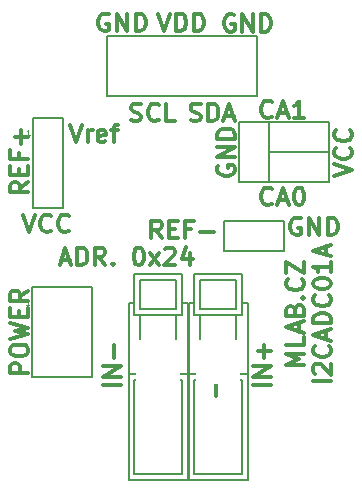
<source format=gbr>
G04 This is an RS-274x file exported by *
G04 gerbv version 2.6.1 *
G04 More information is available about gerbv at *
G04 http://gerbv.geda-project.org/ *
G04 --End of header info--*
%MOIN*%
%FSLAX34Y34*%
%IPPOS*%
G04 --Define apertures--*
%ADD10C,0.0118*%
%ADD11C,0.0059*%
%ADD12C,0.0020*%
%ADD13C,0.0120*%
%ADD14R,0.0600X0.0600*%
%ADD15C,0.2362*%
%ADD16R,0.1500X0.1500*%
G04 --Start main section--*
G54D10*
G01X0007730Y0015675D02*
G01X0007674Y0015703D01*
G01X0007674Y0015703D02*
G01X0007589Y0015703D01*
G01X0007589Y0015703D02*
G01X0007505Y0015675D01*
G01X0007505Y0015675D02*
G01X0007449Y0015619D01*
G01X0007449Y0015619D02*
G01X0007421Y0015563D01*
G01X0007421Y0015563D02*
G01X0007393Y0015450D01*
G01X0007393Y0015450D02*
G01X0007393Y0015366D01*
G01X0007393Y0015366D02*
G01X0007421Y0015253D01*
G01X0007421Y0015253D02*
G01X0007449Y0015197D01*
G01X0007449Y0015197D02*
G01X0007505Y0015141D01*
G01X0007505Y0015141D02*
G01X0007589Y0015113D01*
G01X0007589Y0015113D02*
G01X0007646Y0015113D01*
G01X0007646Y0015113D02*
G01X0007730Y0015141D01*
G01X0007730Y0015141D02*
G01X0007758Y0015169D01*
G01X0007758Y0015169D02*
G01X0007758Y0015366D01*
G01X0007758Y0015366D02*
G01X0007646Y0015366D01*
G01X0008011Y0015113D02*
G01X0008011Y0015703D01*
G01X0008011Y0015703D02*
G01X0008349Y0015113D01*
G01X0008349Y0015113D02*
G01X0008349Y0015703D01*
G01X0008630Y0015113D02*
G01X0008630Y0015703D01*
G01X0008630Y0015703D02*
G01X0008771Y0015703D01*
G01X0008771Y0015703D02*
G01X0008855Y0015675D01*
G01X0008855Y0015675D02*
G01X0008911Y0015619D01*
G01X0008911Y0015619D02*
G01X0008939Y0015563D01*
G01X0008939Y0015563D02*
G01X0008967Y0015450D01*
G01X0008967Y0015450D02*
G01X0008967Y0015366D01*
G01X0008967Y0015366D02*
G01X0008939Y0015253D01*
G01X0008939Y0015253D02*
G01X0008911Y0015197D01*
G01X0008911Y0015197D02*
G01X0008855Y0015141D01*
G01X0008855Y0015141D02*
G01X0008771Y0015113D01*
G01X0008771Y0015113D02*
G01X0008630Y0015113D01*
G01X0001971Y0007502D02*
G01X0002252Y0007502D01*
G01X0001914Y0007333D02*
G01X0002111Y0007923D01*
G01X0002111Y0007923D02*
G01X0002308Y0007333D01*
G01X0002505Y0007333D02*
G01X0002505Y0007923D01*
G01X0002505Y0007923D02*
G01X0002646Y0007923D01*
G01X0002646Y0007923D02*
G01X0002730Y0007895D01*
G01X0002730Y0007895D02*
G01X0002786Y0007839D01*
G01X0002786Y0007839D02*
G01X0002814Y0007783D01*
G01X0002814Y0007783D02*
G01X0002842Y0007670D01*
G01X0002842Y0007670D02*
G01X0002842Y0007586D01*
G01X0002842Y0007586D02*
G01X0002814Y0007473D01*
G01X0002814Y0007473D02*
G01X0002786Y0007417D01*
G01X0002786Y0007417D02*
G01X0002730Y0007361D01*
G01X0002730Y0007361D02*
G01X0002646Y0007333D01*
G01X0002646Y0007333D02*
G01X0002505Y0007333D01*
G01X0003433Y0007333D02*
G01X0003236Y0007614D01*
G01X0003095Y0007333D02*
G01X0003095Y0007923D01*
G01X0003095Y0007923D02*
G01X0003320Y0007923D01*
G01X0003320Y0007923D02*
G01X0003377Y0007895D01*
G01X0003377Y0007895D02*
G01X0003405Y0007867D01*
G01X0003405Y0007867D02*
G01X0003433Y0007811D01*
G01X0003433Y0007811D02*
G01X0003433Y0007727D01*
G01X0003433Y0007727D02*
G01X0003405Y0007670D01*
G01X0003405Y0007670D02*
G01X0003377Y0007642D01*
G01X0003377Y0007642D02*
G01X0003320Y0007614D01*
G01X0003320Y0007614D02*
G01X0003095Y0007614D01*
G01X0003686Y0007389D02*
G01X0003714Y0007361D01*
G01X0003714Y0007361D02*
G01X0003686Y0007333D01*
G01X0003686Y0007333D02*
G01X0003658Y0007361D01*
G01X0003658Y0007361D02*
G01X0003686Y0007389D01*
G01X0003686Y0007389D02*
G01X0003686Y0007333D01*
G01X0004530Y0007923D02*
G01X0004586Y0007923D01*
G01X0004586Y0007923D02*
G01X0004642Y0007895D01*
G01X0004642Y0007895D02*
G01X0004670Y0007867D01*
G01X0004670Y0007867D02*
G01X0004698Y0007811D01*
G01X0004698Y0007811D02*
G01X0004726Y0007698D01*
G01X0004726Y0007698D02*
G01X0004726Y0007558D01*
G01X0004726Y0007558D02*
G01X0004698Y0007445D01*
G01X0004698Y0007445D02*
G01X0004670Y0007389D01*
G01X0004670Y0007389D02*
G01X0004642Y0007361D01*
G01X0004642Y0007361D02*
G01X0004586Y0007333D01*
G01X0004586Y0007333D02*
G01X0004530Y0007333D01*
G01X0004530Y0007333D02*
G01X0004473Y0007361D01*
G01X0004473Y0007361D02*
G01X0004445Y0007389D01*
G01X0004445Y0007389D02*
G01X0004417Y0007445D01*
G01X0004417Y0007445D02*
G01X0004389Y0007558D01*
G01X0004389Y0007558D02*
G01X0004389Y0007698D01*
G01X0004389Y0007698D02*
G01X0004417Y0007811D01*
G01X0004417Y0007811D02*
G01X0004445Y0007867D01*
G01X0004445Y0007867D02*
G01X0004473Y0007895D01*
G01X0004473Y0007895D02*
G01X0004530Y0007923D01*
G01X0004923Y0007333D02*
G01X0005233Y0007727D01*
G01X0004923Y0007727D02*
G01X0005233Y0007333D01*
G01X0005430Y0007867D02*
G01X0005458Y0007895D01*
G01X0005458Y0007895D02*
G01X0005514Y0007923D01*
G01X0005514Y0007923D02*
G01X0005654Y0007923D01*
G01X0005654Y0007923D02*
G01X0005711Y0007895D01*
G01X0005711Y0007895D02*
G01X0005739Y0007867D01*
G01X0005739Y0007867D02*
G01X0005767Y0007811D01*
G01X0005767Y0007811D02*
G01X0005767Y0007755D01*
G01X0005767Y0007755D02*
G01X0005739Y0007670D01*
G01X0005739Y0007670D02*
G01X0005401Y0007333D01*
G01X0005401Y0007333D02*
G01X0005767Y0007333D01*
G01X0006273Y0007727D02*
G01X0006273Y0007333D01*
G01X0006133Y0007952D02*
G01X0005992Y0007530D01*
G01X0005992Y0007530D02*
G01X0006358Y0007530D01*
G01X0007205Y0010650D02*
G01X0007177Y0010594D01*
G01X0007177Y0010594D02*
G01X0007177Y0010509D01*
G01X0007177Y0010509D02*
G01X0007205Y0010425D01*
G01X0007205Y0010425D02*
G01X0007261Y0010369D01*
G01X0007261Y0010369D02*
G01X0007317Y0010341D01*
G01X0007317Y0010341D02*
G01X0007430Y0010313D01*
G01X0007430Y0010313D02*
G01X0007514Y0010313D01*
G01X0007514Y0010313D02*
G01X0007627Y0010341D01*
G01X0007627Y0010341D02*
G01X0007683Y0010369D01*
G01X0007683Y0010369D02*
G01X0007739Y0010425D01*
G01X0007739Y0010425D02*
G01X0007767Y0010509D01*
G01X0007767Y0010509D02*
G01X0007767Y0010566D01*
G01X0007767Y0010566D02*
G01X0007739Y0010650D01*
G01X0007739Y0010650D02*
G01X0007711Y0010678D01*
G01X0007711Y0010678D02*
G01X0007514Y0010678D01*
G01X0007514Y0010678D02*
G01X0007514Y0010566D01*
G01X0007767Y0010931D02*
G01X0007177Y0010931D01*
G01X0007177Y0010931D02*
G01X0007767Y0011269D01*
G01X0007767Y0011269D02*
G01X0007177Y0011269D01*
G01X0007767Y0011550D02*
G01X0007177Y0011550D01*
G01X0007177Y0011550D02*
G01X0007177Y0011691D01*
G01X0007177Y0011691D02*
G01X0007205Y0011775D01*
G01X0007205Y0011775D02*
G01X0007261Y0011831D01*
G01X0007261Y0011831D02*
G01X0007317Y0011859D01*
G01X0007317Y0011859D02*
G01X0007430Y0011887D01*
G01X0007430Y0011887D02*
G01X0007514Y0011887D01*
G01X0007514Y0011887D02*
G01X0007627Y0011859D01*
G01X0007627Y0011859D02*
G01X0007683Y0011831D01*
G01X0007683Y0011831D02*
G01X0007739Y0011775D01*
G01X0007739Y0011775D02*
G01X0007767Y0011691D01*
G01X0007767Y0011691D02*
G01X0007767Y0011550D01*
G01X0000867Y0003736D02*
G01X0000277Y0003736D01*
G01X0000277Y0003736D02*
G01X0000277Y0003961D01*
G01X0000277Y0003961D02*
G01X0000305Y0004017D01*
G01X0000305Y0004017D02*
G01X0000333Y0004045D01*
G01X0000333Y0004045D02*
G01X0000389Y0004074D01*
G01X0000389Y0004074D02*
G01X0000473Y0004074D01*
G01X0000473Y0004074D02*
G01X0000530Y0004045D01*
G01X0000530Y0004045D02*
G01X0000558Y0004017D01*
G01X0000558Y0004017D02*
G01X0000586Y0003961D01*
G01X0000586Y0003961D02*
G01X0000586Y0003736D01*
G01X0000277Y0004439D02*
G01X0000277Y0004552D01*
G01X0000277Y0004552D02*
G01X0000305Y0004608D01*
G01X0000305Y0004608D02*
G01X0000361Y0004664D01*
G01X0000361Y0004664D02*
G01X0000473Y0004692D01*
G01X0000473Y0004692D02*
G01X0000670Y0004692D01*
G01X0000670Y0004692D02*
G01X0000783Y0004664D01*
G01X0000783Y0004664D02*
G01X0000839Y0004608D01*
G01X0000839Y0004608D02*
G01X0000867Y0004552D01*
G01X0000867Y0004552D02*
G01X0000867Y0004439D01*
G01X0000867Y0004439D02*
G01X0000839Y0004383D01*
G01X0000839Y0004383D02*
G01X0000783Y0004327D01*
G01X0000783Y0004327D02*
G01X0000670Y0004299D01*
G01X0000670Y0004299D02*
G01X0000473Y0004299D01*
G01X0000473Y0004299D02*
G01X0000361Y0004327D01*
G01X0000361Y0004327D02*
G01X0000305Y0004383D01*
G01X0000305Y0004383D02*
G01X0000277Y0004439D01*
G01X0000277Y0004889D02*
G01X0000867Y0005030D01*
G01X0000867Y0005030D02*
G01X0000445Y0005142D01*
G01X0000445Y0005142D02*
G01X0000867Y0005255D01*
G01X0000867Y0005255D02*
G01X0000277Y0005395D01*
G01X0000558Y0005620D02*
G01X0000558Y0005817D01*
G01X0000867Y0005901D02*
G01X0000867Y0005620D01*
G01X0000867Y0005620D02*
G01X0000277Y0005620D01*
G01X0000277Y0005620D02*
G01X0000277Y0005901D01*
G01X0000867Y0006492D02*
G01X0000586Y0006295D01*
G01X0000867Y0006155D02*
G01X0000277Y0006155D01*
G01X0000277Y0006155D02*
G01X0000277Y0006380D01*
G01X0000277Y0006380D02*
G01X0000305Y0006436D01*
G01X0000305Y0006436D02*
G01X0000333Y0006464D01*
G01X0000333Y0006464D02*
G01X0000389Y0006492D01*
G01X0000389Y0006492D02*
G01X0000473Y0006492D01*
G01X0000473Y0006492D02*
G01X0000530Y0006464D01*
G01X0000530Y0006464D02*
G01X0000558Y0006436D01*
G01X0000558Y0006436D02*
G01X0000586Y0006380D01*
G01X0000586Y0006380D02*
G01X0000586Y0006155D01*
G01X0010967Y0003464D02*
G01X0010377Y0003464D01*
G01X0010433Y0003717D02*
G01X0010405Y0003746D01*
G01X0010405Y0003746D02*
G01X0010377Y0003802D01*
G01X0010377Y0003802D02*
G01X0010377Y0003942D01*
G01X0010377Y0003942D02*
G01X0010405Y0003999D01*
G01X0010405Y0003999D02*
G01X0010433Y0004027D01*
G01X0010433Y0004027D02*
G01X0010489Y0004055D01*
G01X0010489Y0004055D02*
G01X0010545Y0004055D01*
G01X0010545Y0004055D02*
G01X0010630Y0004027D01*
G01X0010630Y0004027D02*
G01X0010967Y0003689D01*
G01X0010967Y0003689D02*
G01X0010967Y0004055D01*
G01X0010911Y0004645D02*
G01X0010939Y0004617D01*
G01X0010939Y0004617D02*
G01X0010967Y0004533D01*
G01X0010967Y0004533D02*
G01X0010967Y0004477D01*
G01X0010967Y0004477D02*
G01X0010939Y0004392D01*
G01X0010939Y0004392D02*
G01X0010883Y0004336D01*
G01X0010883Y0004336D02*
G01X0010827Y0004308D01*
G01X0010827Y0004308D02*
G01X0010714Y0004280D01*
G01X0010714Y0004280D02*
G01X0010630Y0004280D01*
G01X0010630Y0004280D02*
G01X0010517Y0004308D01*
G01X0010517Y0004308D02*
G01X0010461Y0004336D01*
G01X0010461Y0004336D02*
G01X0010405Y0004392D01*
G01X0010405Y0004392D02*
G01X0010377Y0004477D01*
G01X0010377Y0004477D02*
G01X0010377Y0004533D01*
G01X0010377Y0004533D02*
G01X0010405Y0004617D01*
G01X0010405Y0004617D02*
G01X0010433Y0004645D01*
G01X0010798Y0004870D02*
G01X0010798Y0005152D01*
G01X0010967Y0004814D02*
G01X0010377Y0005011D01*
G01X0010377Y0005011D02*
G01X0010967Y0005208D01*
G01X0010967Y0005405D02*
G01X0010377Y0005405D01*
G01X0010377Y0005405D02*
G01X0010377Y0005545D01*
G01X0010377Y0005545D02*
G01X0010405Y0005630D01*
G01X0010405Y0005630D02*
G01X0010461Y0005686D01*
G01X0010461Y0005686D02*
G01X0010517Y0005714D01*
G01X0010517Y0005714D02*
G01X0010630Y0005742D01*
G01X0010630Y0005742D02*
G01X0010714Y0005742D01*
G01X0010714Y0005742D02*
G01X0010827Y0005714D01*
G01X0010827Y0005714D02*
G01X0010883Y0005686D01*
G01X0010883Y0005686D02*
G01X0010939Y0005630D01*
G01X0010939Y0005630D02*
G01X0010967Y0005545D01*
G01X0010967Y0005545D02*
G01X0010967Y0005405D01*
G01X0010911Y0006333D02*
G01X0010939Y0006305D01*
G01X0010939Y0006305D02*
G01X0010967Y0006220D01*
G01X0010967Y0006220D02*
G01X0010967Y0006164D01*
G01X0010967Y0006164D02*
G01X0010939Y0006080D01*
G01X0010939Y0006080D02*
G01X0010883Y0006023D01*
G01X0010883Y0006023D02*
G01X0010827Y0005995D01*
G01X0010827Y0005995D02*
G01X0010714Y0005967D01*
G01X0010714Y0005967D02*
G01X0010630Y0005967D01*
G01X0010630Y0005967D02*
G01X0010517Y0005995D01*
G01X0010517Y0005995D02*
G01X0010461Y0006023D01*
G01X0010461Y0006023D02*
G01X0010405Y0006080D01*
G01X0010405Y0006080D02*
G01X0010377Y0006164D01*
G01X0010377Y0006164D02*
G01X0010377Y0006220D01*
G01X0010377Y0006220D02*
G01X0010405Y0006305D01*
G01X0010405Y0006305D02*
G01X0010433Y0006333D01*
G01X0010377Y0006698D02*
G01X0010377Y0006755D01*
G01X0010377Y0006755D02*
G01X0010405Y0006811D01*
G01X0010405Y0006811D02*
G01X0010433Y0006839D01*
G01X0010433Y0006839D02*
G01X0010489Y0006867D01*
G01X0010489Y0006867D02*
G01X0010602Y0006895D01*
G01X0010602Y0006895D02*
G01X0010742Y0006895D01*
G01X0010742Y0006895D02*
G01X0010855Y0006867D01*
G01X0010855Y0006867D02*
G01X0010911Y0006839D01*
G01X0010911Y0006839D02*
G01X0010939Y0006811D01*
G01X0010939Y0006811D02*
G01X0010967Y0006755D01*
G01X0010967Y0006755D02*
G01X0010967Y0006698D01*
G01X0010967Y0006698D02*
G01X0010939Y0006642D01*
G01X0010939Y0006642D02*
G01X0010911Y0006614D01*
G01X0010911Y0006614D02*
G01X0010855Y0006586D01*
G01X0010855Y0006586D02*
G01X0010742Y0006558D01*
G01X0010742Y0006558D02*
G01X0010602Y0006558D01*
G01X0010602Y0006558D02*
G01X0010489Y0006586D01*
G01X0010489Y0006586D02*
G01X0010433Y0006614D01*
G01X0010433Y0006614D02*
G01X0010405Y0006642D01*
G01X0010405Y0006642D02*
G01X0010377Y0006698D01*
G01X0010967Y0007458D02*
G01X0010967Y0007120D01*
G01X0010967Y0007289D02*
G01X0010377Y0007289D01*
G01X0010377Y0007289D02*
G01X0010461Y0007233D01*
G01X0010461Y0007233D02*
G01X0010517Y0007176D01*
G01X0010517Y0007176D02*
G01X0010545Y0007120D01*
G01X0010798Y0007683D02*
G01X0010798Y0007964D01*
G01X0010967Y0007626D02*
G01X0010377Y0007823D01*
G01X0010377Y0007823D02*
G01X0010967Y0008020D01*
G01X0010067Y0003999D02*
G01X0009477Y0003999D01*
G01X0009477Y0003999D02*
G01X0009898Y0004196D01*
G01X0009898Y0004196D02*
G01X0009477Y0004392D01*
G01X0009477Y0004392D02*
G01X0010067Y0004392D01*
G01X0010067Y0004955D02*
G01X0010067Y0004674D01*
G01X0010067Y0004674D02*
G01X0009477Y0004674D01*
G01X0009898Y0005124D02*
G01X0009898Y0005405D01*
G01X0010067Y0005067D02*
G01X0009477Y0005264D01*
G01X0009477Y0005264D02*
G01X0010067Y0005461D01*
G01X0009758Y0005855D02*
G01X0009786Y0005939D01*
G01X0009786Y0005939D02*
G01X0009814Y0005967D01*
G01X0009814Y0005967D02*
G01X0009870Y0005995D01*
G01X0009870Y0005995D02*
G01X0009955Y0005995D01*
G01X0009955Y0005995D02*
G01X0010011Y0005967D01*
G01X0010011Y0005967D02*
G01X0010039Y0005939D01*
G01X0010039Y0005939D02*
G01X0010067Y0005883D01*
G01X0010067Y0005883D02*
G01X0010067Y0005658D01*
G01X0010067Y0005658D02*
G01X0009477Y0005658D01*
G01X0009477Y0005658D02*
G01X0009477Y0005855D01*
G01X0009477Y0005855D02*
G01X0009505Y0005911D01*
G01X0009505Y0005911D02*
G01X0009533Y0005939D01*
G01X0009533Y0005939D02*
G01X0009589Y0005967D01*
G01X0009589Y0005967D02*
G01X0009645Y0005967D01*
G01X0009645Y0005967D02*
G01X0009702Y0005939D01*
G01X0009702Y0005939D02*
G01X0009730Y0005911D01*
G01X0009730Y0005911D02*
G01X0009758Y0005855D01*
G01X0009758Y0005855D02*
G01X0009758Y0005658D01*
G01X0010011Y0006248D02*
G01X0010039Y0006276D01*
G01X0010039Y0006276D02*
G01X0010067Y0006248D01*
G01X0010067Y0006248D02*
G01X0010039Y0006220D01*
G01X0010039Y0006220D02*
G01X0010011Y0006248D01*
G01X0010011Y0006248D02*
G01X0010067Y0006248D01*
G01X0010011Y0006867D02*
G01X0010039Y0006839D01*
G01X0010039Y0006839D02*
G01X0010067Y0006755D01*
G01X0010067Y0006755D02*
G01X0010067Y0006698D01*
G01X0010067Y0006698D02*
G01X0010039Y0006614D01*
G01X0010039Y0006614D02*
G01X0009983Y0006558D01*
G01X0009983Y0006558D02*
G01X0009927Y0006530D01*
G01X0009927Y0006530D02*
G01X0009814Y0006501D01*
G01X0009814Y0006501D02*
G01X0009730Y0006501D01*
G01X0009730Y0006501D02*
G01X0009617Y0006530D01*
G01X0009617Y0006530D02*
G01X0009561Y0006558D01*
G01X0009561Y0006558D02*
G01X0009505Y0006614D01*
G01X0009505Y0006614D02*
G01X0009477Y0006698D01*
G01X0009477Y0006698D02*
G01X0009477Y0006755D01*
G01X0009477Y0006755D02*
G01X0009505Y0006839D01*
G01X0009505Y0006839D02*
G01X0009533Y0006867D01*
G01X0009477Y0007064D02*
G01X0009477Y0007458D01*
G01X0009477Y0007458D02*
G01X0010067Y0007064D01*
G01X0010067Y0007064D02*
G01X0010067Y0007458D01*
G01X0008967Y0003341D02*
G01X0008377Y0003341D01*
G01X0008967Y0003622D02*
G01X0008377Y0003622D01*
G01X0008377Y0003622D02*
G01X0008967Y0003959D01*
G01X0008967Y0003959D02*
G01X0008377Y0003959D01*
G01X0008742Y0004240D02*
G01X0008742Y0004690D01*
G01X0008967Y0004465D02*
G01X0008517Y0004465D01*
G01X0003967Y0003341D02*
G01X0003377Y0003341D01*
G01X0003967Y0003622D02*
G01X0003377Y0003622D01*
G01X0003377Y0003622D02*
G01X0003967Y0003959D01*
G01X0003967Y0003959D02*
G01X0003377Y0003959D01*
G01X0003742Y0004240D02*
G01X0003742Y0004690D01*
G01X0000713Y0009023D02*
G01X0000909Y0008433D01*
G01X0000909Y0008433D02*
G01X0001106Y0009023D01*
G01X0001641Y0008489D02*
G01X0001612Y0008461D01*
G01X0001612Y0008461D02*
G01X0001528Y0008433D01*
G01X0001528Y0008433D02*
G01X0001472Y0008433D01*
G01X0001472Y0008433D02*
G01X0001388Y0008461D01*
G01X0001388Y0008461D02*
G01X0001331Y0008517D01*
G01X0001331Y0008517D02*
G01X0001303Y0008573D01*
G01X0001303Y0008573D02*
G01X0001275Y0008686D01*
G01X0001275Y0008686D02*
G01X0001275Y0008770D01*
G01X0001275Y0008770D02*
G01X0001303Y0008883D01*
G01X0001303Y0008883D02*
G01X0001331Y0008939D01*
G01X0001331Y0008939D02*
G01X0001388Y0008995D01*
G01X0001388Y0008995D02*
G01X0001472Y0009023D01*
G01X0001472Y0009023D02*
G01X0001528Y0009023D01*
G01X0001528Y0009023D02*
G01X0001612Y0008995D01*
G01X0001612Y0008995D02*
G01X0001641Y0008967D01*
G01X0002231Y0008489D02*
G01X0002203Y0008461D01*
G01X0002203Y0008461D02*
G01X0002119Y0008433D01*
G01X0002119Y0008433D02*
G01X0002062Y0008433D01*
G01X0002062Y0008433D02*
G01X0001978Y0008461D01*
G01X0001978Y0008461D02*
G01X0001922Y0008517D01*
G01X0001922Y0008517D02*
G01X0001894Y0008573D01*
G01X0001894Y0008573D02*
G01X0001866Y0008686D01*
G01X0001866Y0008686D02*
G01X0001866Y0008770D01*
G01X0001866Y0008770D02*
G01X0001894Y0008883D01*
G01X0001894Y0008883D02*
G01X0001922Y0008939D01*
G01X0001922Y0008939D02*
G01X0001978Y0008995D01*
G01X0001978Y0008995D02*
G01X0002062Y0009023D01*
G01X0002062Y0009023D02*
G01X0002119Y0009023D01*
G01X0002119Y0009023D02*
G01X0002203Y0008995D01*
G01X0002203Y0008995D02*
G01X0002231Y0008967D01*
G01X0000867Y0010097D02*
G01X0000586Y0009900D01*
G01X0000867Y0009760D02*
G01X0000277Y0009760D01*
G01X0000277Y0009760D02*
G01X0000277Y0009984D01*
G01X0000277Y0009984D02*
G01X0000305Y0010041D01*
G01X0000305Y0010041D02*
G01X0000333Y0010069D01*
G01X0000333Y0010069D02*
G01X0000389Y0010097D01*
G01X0000389Y0010097D02*
G01X0000473Y0010097D01*
G01X0000473Y0010097D02*
G01X0000530Y0010069D01*
G01X0000530Y0010069D02*
G01X0000558Y0010041D01*
G01X0000558Y0010041D02*
G01X0000586Y0009984D01*
G01X0000586Y0009984D02*
G01X0000586Y0009760D01*
G01X0000558Y0010350D02*
G01X0000558Y0010547D01*
G01X0000867Y0010631D02*
G01X0000867Y0010350D01*
G01X0000867Y0010350D02*
G01X0000277Y0010350D01*
G01X0000277Y0010350D02*
G01X0000277Y0010631D01*
G01X0000558Y0011081D02*
G01X0000558Y0010884D01*
G01X0000867Y0010884D02*
G01X0000277Y0010884D01*
G01X0000277Y0010884D02*
G01X0000277Y0011166D01*
G01X0000642Y0011391D02*
G01X0000642Y0011840D01*
G01X0000867Y0011616D02*
G01X0000417Y0011616D01*
G01X0002256Y0012023D02*
G01X0002453Y0011433D01*
G01X0002453Y0011433D02*
G01X0002650Y0012023D01*
G01X0002847Y0011433D02*
G01X0002847Y0011827D01*
G01X0002847Y0011714D02*
G01X0002875Y0011770D01*
G01X0002875Y0011770D02*
G01X0002903Y0011798D01*
G01X0002903Y0011798D02*
G01X0002959Y0011827D01*
G01X0002959Y0011827D02*
G01X0003016Y0011827D01*
G01X0003437Y0011461D02*
G01X0003381Y0011433D01*
G01X0003381Y0011433D02*
G01X0003269Y0011433D01*
G01X0003269Y0011433D02*
G01X0003212Y0011461D01*
G01X0003212Y0011461D02*
G01X0003184Y0011517D01*
G01X0003184Y0011517D02*
G01X0003184Y0011742D01*
G01X0003184Y0011742D02*
G01X0003212Y0011798D01*
G01X0003212Y0011798D02*
G01X0003269Y0011827D01*
G01X0003269Y0011827D02*
G01X0003381Y0011827D01*
G01X0003381Y0011827D02*
G01X0003437Y0011798D01*
G01X0003437Y0011798D02*
G01X0003465Y0011742D01*
G01X0003465Y0011742D02*
G01X0003465Y0011686D01*
G01X0003465Y0011686D02*
G01X0003184Y0011630D01*
G01X0003634Y0011827D02*
G01X0003859Y0011827D01*
G01X0003719Y0011433D02*
G01X0003719Y0011939D01*
G01X0003719Y0011939D02*
G01X0003747Y0011995D01*
G01X0003747Y0011995D02*
G01X0003803Y0012023D01*
G01X0003803Y0012023D02*
G01X0003859Y0012023D01*
G01X0008998Y0012289D02*
G01X0008970Y0012261D01*
G01X0008970Y0012261D02*
G01X0008886Y0012233D01*
G01X0008886Y0012233D02*
G01X0008830Y0012233D01*
G01X0008830Y0012233D02*
G01X0008745Y0012261D01*
G01X0008745Y0012261D02*
G01X0008689Y0012317D01*
G01X0008689Y0012317D02*
G01X0008661Y0012373D01*
G01X0008661Y0012373D02*
G01X0008633Y0012486D01*
G01X0008633Y0012486D02*
G01X0008633Y0012570D01*
G01X0008633Y0012570D02*
G01X0008661Y0012683D01*
G01X0008661Y0012683D02*
G01X0008689Y0012739D01*
G01X0008689Y0012739D02*
G01X0008745Y0012795D01*
G01X0008745Y0012795D02*
G01X0008830Y0012823D01*
G01X0008830Y0012823D02*
G01X0008886Y0012823D01*
G01X0008886Y0012823D02*
G01X0008970Y0012795D01*
G01X0008970Y0012795D02*
G01X0008998Y0012767D01*
G01X0009223Y0012402D02*
G01X0009505Y0012402D01*
G01X0009167Y0012233D02*
G01X0009364Y0012823D01*
G01X0009364Y0012823D02*
G01X0009561Y0012233D01*
G01X0010067Y0012233D02*
G01X0009730Y0012233D01*
G01X0009898Y0012233D02*
G01X0009898Y0012823D01*
G01X0009898Y0012823D02*
G01X0009842Y0012739D01*
G01X0009842Y0012739D02*
G01X0009786Y0012683D01*
G01X0009786Y0012683D02*
G01X0009730Y0012655D01*
G01X0009950Y0008895D02*
G01X0009894Y0008923D01*
G01X0009894Y0008923D02*
G01X0009809Y0008923D01*
G01X0009809Y0008923D02*
G01X0009725Y0008895D01*
G01X0009725Y0008895D02*
G01X0009669Y0008839D01*
G01X0009669Y0008839D02*
G01X0009641Y0008783D01*
G01X0009641Y0008783D02*
G01X0009613Y0008670D01*
G01X0009613Y0008670D02*
G01X0009613Y0008586D01*
G01X0009613Y0008586D02*
G01X0009641Y0008473D01*
G01X0009641Y0008473D02*
G01X0009669Y0008417D01*
G01X0009669Y0008417D02*
G01X0009725Y0008361D01*
G01X0009725Y0008361D02*
G01X0009809Y0008333D01*
G01X0009809Y0008333D02*
G01X0009866Y0008333D01*
G01X0009866Y0008333D02*
G01X0009950Y0008361D01*
G01X0009950Y0008361D02*
G01X0009978Y0008389D01*
G01X0009978Y0008389D02*
G01X0009978Y0008586D01*
G01X0009978Y0008586D02*
G01X0009866Y0008586D01*
G01X0010231Y0008333D02*
G01X0010231Y0008923D01*
G01X0010231Y0008923D02*
G01X0010569Y0008333D01*
G01X0010569Y0008333D02*
G01X0010569Y0008923D01*
G01X0010850Y0008333D02*
G01X0010850Y0008923D01*
G01X0010850Y0008923D02*
G01X0010991Y0008923D01*
G01X0010991Y0008923D02*
G01X0011075Y0008895D01*
G01X0011075Y0008895D02*
G01X0011131Y0008839D01*
G01X0011131Y0008839D02*
G01X0011159Y0008783D01*
G01X0011159Y0008783D02*
G01X0011187Y0008670D01*
G01X0011187Y0008670D02*
G01X0011187Y0008586D01*
G01X0011187Y0008586D02*
G01X0011159Y0008473D01*
G01X0011159Y0008473D02*
G01X0011131Y0008417D01*
G01X0011131Y0008417D02*
G01X0011075Y0008361D01*
G01X0011075Y0008361D02*
G01X0010991Y0008333D01*
G01X0010991Y0008333D02*
G01X0010850Y0008333D01*
G01X0011077Y0010313D02*
G01X0011667Y0010509D01*
G01X0011667Y0010509D02*
G01X0011077Y0010706D01*
G01X0011611Y0011241D02*
G01X0011639Y0011212D01*
G01X0011639Y0011212D02*
G01X0011667Y0011128D01*
G01X0011667Y0011128D02*
G01X0011667Y0011072D01*
G01X0011667Y0011072D02*
G01X0011639Y0010988D01*
G01X0011639Y0010988D02*
G01X0011583Y0010931D01*
G01X0011583Y0010931D02*
G01X0011527Y0010903D01*
G01X0011527Y0010903D02*
G01X0011414Y0010875D01*
G01X0011414Y0010875D02*
G01X0011330Y0010875D01*
G01X0011330Y0010875D02*
G01X0011217Y0010903D01*
G01X0011217Y0010903D02*
G01X0011161Y0010931D01*
G01X0011161Y0010931D02*
G01X0011105Y0010988D01*
G01X0011105Y0010988D02*
G01X0011077Y0011072D01*
G01X0011077Y0011072D02*
G01X0011077Y0011128D01*
G01X0011077Y0011128D02*
G01X0011105Y0011212D01*
G01X0011105Y0011212D02*
G01X0011133Y0011241D01*
G01X0011611Y0011831D02*
G01X0011639Y0011803D01*
G01X0011639Y0011803D02*
G01X0011667Y0011719D01*
G01X0011667Y0011719D02*
G01X0011667Y0011662D01*
G01X0011667Y0011662D02*
G01X0011639Y0011578D01*
G01X0011639Y0011578D02*
G01X0011583Y0011522D01*
G01X0011583Y0011522D02*
G01X0011527Y0011494D01*
G01X0011527Y0011494D02*
G01X0011414Y0011466D01*
G01X0011414Y0011466D02*
G01X0011330Y0011466D01*
G01X0011330Y0011466D02*
G01X0011217Y0011494D01*
G01X0011217Y0011494D02*
G01X0011161Y0011522D01*
G01X0011161Y0011522D02*
G01X0011105Y0011578D01*
G01X0011105Y0011578D02*
G01X0011077Y0011662D01*
G01X0011077Y0011662D02*
G01X0011077Y0011719D01*
G01X0011077Y0011719D02*
G01X0011105Y0011803D01*
G01X0011105Y0011803D02*
G01X0011133Y0011831D01*
G01X0008998Y0009389D02*
G01X0008970Y0009361D01*
G01X0008970Y0009361D02*
G01X0008886Y0009333D01*
G01X0008886Y0009333D02*
G01X0008830Y0009333D01*
G01X0008830Y0009333D02*
G01X0008745Y0009361D01*
G01X0008745Y0009361D02*
G01X0008689Y0009417D01*
G01X0008689Y0009417D02*
G01X0008661Y0009473D01*
G01X0008661Y0009473D02*
G01X0008633Y0009586D01*
G01X0008633Y0009586D02*
G01X0008633Y0009670D01*
G01X0008633Y0009670D02*
G01X0008661Y0009783D01*
G01X0008661Y0009783D02*
G01X0008689Y0009839D01*
G01X0008689Y0009839D02*
G01X0008745Y0009895D01*
G01X0008745Y0009895D02*
G01X0008830Y0009923D01*
G01X0008830Y0009923D02*
G01X0008886Y0009923D01*
G01X0008886Y0009923D02*
G01X0008970Y0009895D01*
G01X0008970Y0009895D02*
G01X0008998Y0009867D01*
G01X0009223Y0009502D02*
G01X0009505Y0009502D01*
G01X0009167Y0009333D02*
G01X0009364Y0009923D01*
G01X0009364Y0009923D02*
G01X0009561Y0009333D01*
G01X0009870Y0009923D02*
G01X0009926Y0009923D01*
G01X0009926Y0009923D02*
G01X0009983Y0009895D01*
G01X0009983Y0009895D02*
G01X0010011Y0009867D01*
G01X0010011Y0009867D02*
G01X0010039Y0009811D01*
G01X0010039Y0009811D02*
G01X0010067Y0009698D01*
G01X0010067Y0009698D02*
G01X0010067Y0009558D01*
G01X0010067Y0009558D02*
G01X0010039Y0009445D01*
G01X0010039Y0009445D02*
G01X0010011Y0009389D01*
G01X0010011Y0009389D02*
G01X0009983Y0009361D01*
G01X0009983Y0009361D02*
G01X0009926Y0009333D01*
G01X0009926Y0009333D02*
G01X0009870Y0009333D01*
G01X0009870Y0009333D02*
G01X0009814Y0009361D01*
G01X0009814Y0009361D02*
G01X0009786Y0009389D01*
G01X0009786Y0009389D02*
G01X0009758Y0009445D01*
G01X0009758Y0009445D02*
G01X0009730Y0009558D01*
G01X0009730Y0009558D02*
G01X0009730Y0009698D01*
G01X0009730Y0009698D02*
G01X0009758Y0009811D01*
G01X0009758Y0009811D02*
G01X0009786Y0009867D01*
G01X0009786Y0009867D02*
G01X0009814Y0009895D01*
G01X0009814Y0009895D02*
G01X0009870Y0009923D01*
G01X0005316Y0008233D02*
G01X0005119Y0008514D01*
G01X0004978Y0008233D02*
G01X0004978Y0008823D01*
G01X0004978Y0008823D02*
G01X0005203Y0008823D01*
G01X0005203Y0008823D02*
G01X0005260Y0008795D01*
G01X0005260Y0008795D02*
G01X0005288Y0008767D01*
G01X0005288Y0008767D02*
G01X0005316Y0008711D01*
G01X0005316Y0008711D02*
G01X0005316Y0008627D01*
G01X0005316Y0008627D02*
G01X0005288Y0008570D01*
G01X0005288Y0008570D02*
G01X0005260Y0008542D01*
G01X0005260Y0008542D02*
G01X0005203Y0008514D01*
G01X0005203Y0008514D02*
G01X0004978Y0008514D01*
G01X0005569Y0008542D02*
G01X0005766Y0008542D01*
G01X0005850Y0008233D02*
G01X0005569Y0008233D01*
G01X0005569Y0008233D02*
G01X0005569Y0008823D01*
G01X0005569Y0008823D02*
G01X0005850Y0008823D01*
G01X0006300Y0008542D02*
G01X0006103Y0008542D01*
G01X0006103Y0008233D02*
G01X0006103Y0008823D01*
G01X0006103Y0008823D02*
G01X0006384Y0008823D01*
G01X0006609Y0008458D02*
G01X0007059Y0008458D01*
G01X0006283Y0012161D02*
G01X0006367Y0012133D01*
G01X0006367Y0012133D02*
G01X0006508Y0012133D01*
G01X0006508Y0012133D02*
G01X0006564Y0012161D01*
G01X0006564Y0012161D02*
G01X0006592Y0012189D01*
G01X0006592Y0012189D02*
G01X0006620Y0012245D01*
G01X0006620Y0012245D02*
G01X0006620Y0012302D01*
G01X0006620Y0012302D02*
G01X0006592Y0012358D01*
G01X0006592Y0012358D02*
G01X0006564Y0012386D01*
G01X0006564Y0012386D02*
G01X0006508Y0012414D01*
G01X0006508Y0012414D02*
G01X0006395Y0012442D01*
G01X0006395Y0012442D02*
G01X0006339Y0012470D01*
G01X0006339Y0012470D02*
G01X0006311Y0012498D01*
G01X0006311Y0012498D02*
G01X0006283Y0012555D01*
G01X0006283Y0012555D02*
G01X0006283Y0012611D01*
G01X0006283Y0012611D02*
G01X0006311Y0012667D01*
G01X0006311Y0012667D02*
G01X0006339Y0012695D01*
G01X0006339Y0012695D02*
G01X0006395Y0012723D01*
G01X0006395Y0012723D02*
G01X0006536Y0012723D01*
G01X0006536Y0012723D02*
G01X0006620Y0012695D01*
G01X0006873Y0012133D02*
G01X0006873Y0012723D01*
G01X0006873Y0012723D02*
G01X0007014Y0012723D01*
G01X0007014Y0012723D02*
G01X0007098Y0012695D01*
G01X0007098Y0012695D02*
G01X0007155Y0012639D01*
G01X0007155Y0012639D02*
G01X0007183Y0012583D01*
G01X0007183Y0012583D02*
G01X0007211Y0012470D01*
G01X0007211Y0012470D02*
G01X0007211Y0012386D01*
G01X0007211Y0012386D02*
G01X0007183Y0012273D01*
G01X0007183Y0012273D02*
G01X0007155Y0012217D01*
G01X0007155Y0012217D02*
G01X0007098Y0012161D01*
G01X0007098Y0012161D02*
G01X0007014Y0012133D01*
G01X0007014Y0012133D02*
G01X0006873Y0012133D01*
G01X0007436Y0012302D02*
G01X0007717Y0012302D01*
G01X0007380Y0012133D02*
G01X0007576Y0012723D01*
G01X0007576Y0012723D02*
G01X0007773Y0012133D01*
G01X0005213Y0015723D02*
G01X0005409Y0015133D01*
G01X0005409Y0015133D02*
G01X0005606Y0015723D01*
G01X0005803Y0015133D02*
G01X0005803Y0015723D01*
G01X0005803Y0015723D02*
G01X0005944Y0015723D01*
G01X0005944Y0015723D02*
G01X0006028Y0015695D01*
G01X0006028Y0015695D02*
G01X0006084Y0015639D01*
G01X0006084Y0015639D02*
G01X0006112Y0015583D01*
G01X0006112Y0015583D02*
G01X0006141Y0015470D01*
G01X0006141Y0015470D02*
G01X0006141Y0015386D01*
G01X0006141Y0015386D02*
G01X0006112Y0015273D01*
G01X0006112Y0015273D02*
G01X0006084Y0015217D01*
G01X0006084Y0015217D02*
G01X0006028Y0015161D01*
G01X0006028Y0015161D02*
G01X0005944Y0015133D01*
G01X0005944Y0015133D02*
G01X0005803Y0015133D01*
G01X0006394Y0015133D02*
G01X0006394Y0015723D01*
G01X0006394Y0015723D02*
G01X0006534Y0015723D01*
G01X0006534Y0015723D02*
G01X0006619Y0015695D01*
G01X0006619Y0015695D02*
G01X0006675Y0015639D01*
G01X0006675Y0015639D02*
G01X0006703Y0015583D01*
G01X0006703Y0015583D02*
G01X0006731Y0015470D01*
G01X0006731Y0015470D02*
G01X0006731Y0015386D01*
G01X0006731Y0015386D02*
G01X0006703Y0015273D01*
G01X0006703Y0015273D02*
G01X0006675Y0015217D01*
G01X0006675Y0015217D02*
G01X0006619Y0015161D01*
G01X0006619Y0015161D02*
G01X0006534Y0015133D01*
G01X0006534Y0015133D02*
G01X0006394Y0015133D01*
G01X0004297Y0012161D02*
G01X0004381Y0012133D01*
G01X0004381Y0012133D02*
G01X0004522Y0012133D01*
G01X0004522Y0012133D02*
G01X0004578Y0012161D01*
G01X0004578Y0012161D02*
G01X0004606Y0012189D01*
G01X0004606Y0012189D02*
G01X0004634Y0012245D01*
G01X0004634Y0012245D02*
G01X0004634Y0012302D01*
G01X0004634Y0012302D02*
G01X0004606Y0012358D01*
G01X0004606Y0012358D02*
G01X0004578Y0012386D01*
G01X0004578Y0012386D02*
G01X0004522Y0012414D01*
G01X0004522Y0012414D02*
G01X0004409Y0012442D01*
G01X0004409Y0012442D02*
G01X0004353Y0012470D01*
G01X0004353Y0012470D02*
G01X0004325Y0012498D01*
G01X0004325Y0012498D02*
G01X0004297Y0012555D01*
G01X0004297Y0012555D02*
G01X0004297Y0012611D01*
G01X0004297Y0012611D02*
G01X0004325Y0012667D01*
G01X0004325Y0012667D02*
G01X0004353Y0012695D01*
G01X0004353Y0012695D02*
G01X0004409Y0012723D01*
G01X0004409Y0012723D02*
G01X0004550Y0012723D01*
G01X0004550Y0012723D02*
G01X0004634Y0012695D01*
G01X0005225Y0012189D02*
G01X0005197Y0012161D01*
G01X0005197Y0012161D02*
G01X0005112Y0012133D01*
G01X0005112Y0012133D02*
G01X0005056Y0012133D01*
G01X0005056Y0012133D02*
G01X0004972Y0012161D01*
G01X0004972Y0012161D02*
G01X0004916Y0012217D01*
G01X0004916Y0012217D02*
G01X0004888Y0012273D01*
G01X0004888Y0012273D02*
G01X0004859Y0012386D01*
G01X0004859Y0012386D02*
G01X0004859Y0012470D01*
G01X0004859Y0012470D02*
G01X0004888Y0012583D01*
G01X0004888Y0012583D02*
G01X0004916Y0012639D01*
G01X0004916Y0012639D02*
G01X0004972Y0012695D01*
G01X0004972Y0012695D02*
G01X0005056Y0012723D01*
G01X0005056Y0012723D02*
G01X0005112Y0012723D01*
G01X0005112Y0012723D02*
G01X0005197Y0012695D01*
G01X0005197Y0012695D02*
G01X0005225Y0012667D01*
G01X0005759Y0012133D02*
G01X0005478Y0012133D01*
G01X0005478Y0012133D02*
G01X0005478Y0012723D01*
G01X0003550Y0015695D02*
G01X0003494Y0015723D01*
G01X0003494Y0015723D02*
G01X0003409Y0015723D01*
G01X0003409Y0015723D02*
G01X0003325Y0015695D01*
G01X0003325Y0015695D02*
G01X0003269Y0015639D01*
G01X0003269Y0015639D02*
G01X0003241Y0015583D01*
G01X0003241Y0015583D02*
G01X0003213Y0015470D01*
G01X0003213Y0015470D02*
G01X0003213Y0015386D01*
G01X0003213Y0015386D02*
G01X0003241Y0015273D01*
G01X0003241Y0015273D02*
G01X0003269Y0015217D01*
G01X0003269Y0015217D02*
G01X0003325Y0015161D01*
G01X0003325Y0015161D02*
G01X0003409Y0015133D01*
G01X0003409Y0015133D02*
G01X0003466Y0015133D01*
G01X0003466Y0015133D02*
G01X0003550Y0015161D01*
G01X0003550Y0015161D02*
G01X0003578Y0015189D01*
G01X0003578Y0015189D02*
G01X0003578Y0015386D01*
G01X0003578Y0015386D02*
G01X0003466Y0015386D01*
G01X0003831Y0015133D02*
G01X0003831Y0015723D01*
G01X0003831Y0015723D02*
G01X0004169Y0015133D01*
G01X0004169Y0015133D02*
G01X0004169Y0015723D01*
G01X0004450Y0015133D02*
G01X0004450Y0015723D01*
G01X0004450Y0015723D02*
G01X0004591Y0015723D01*
G01X0004591Y0015723D02*
G01X0004675Y0015695D01*
G01X0004675Y0015695D02*
G01X0004731Y0015639D01*
G01X0004731Y0015639D02*
G01X0004759Y0015583D01*
G01X0004759Y0015583D02*
G01X0004787Y0015470D01*
G01X0004787Y0015470D02*
G01X0004787Y0015386D01*
G01X0004787Y0015386D02*
G01X0004759Y0015273D01*
G01X0004759Y0015273D02*
G01X0004731Y0015217D01*
G01X0004731Y0015217D02*
G01X0004675Y0015161D01*
G01X0004675Y0015161D02*
G01X0004591Y0015133D01*
G01X0004591Y0015133D02*
G01X0004450Y0015133D01*
G54D11*
G01X0001000Y0006600D02*
G01X0003000Y0006600D01*
G01X0003000Y0006600D02*
G01X0003000Y0003600D01*
G01X0003000Y0003600D02*
G01X0001000Y0003600D01*
G01X0001000Y0003600D02*
G01X0001000Y0006600D01*
G01X0009400Y0007800D02*
G01X0007400Y0007800D01*
G01X0007400Y0007800D02*
G01X0007400Y0008800D01*
G01X0007400Y0008800D02*
G01X0009400Y0008800D01*
G01X0009400Y0008800D02*
G01X0009400Y0007800D01*
G01X0010900Y0010100D02*
G01X0008900Y0010100D01*
G01X0008900Y0010100D02*
G01X0008900Y0011100D01*
G01X0008900Y0011100D02*
G01X0010900Y0011100D01*
G01X0010900Y0011100D02*
G01X0010900Y0010100D01*
G01X0010900Y0011100D02*
G01X0008900Y0011100D01*
G01X0008900Y0011100D02*
G01X0008900Y0012100D01*
G01X0008900Y0012100D02*
G01X0010900Y0012100D01*
G01X0010900Y0012100D02*
G01X0010900Y0011100D01*
G01X0008500Y0014975D02*
G01X0008500Y0012975D01*
G01X0008500Y0012975D02*
G01X0003500Y0012975D01*
G01X0003500Y0012975D02*
G01X0003500Y0014975D01*
G01X0003500Y0014975D02*
G01X0008500Y0014975D01*
G01X0008184Y0006069D02*
G01X0007987Y0006069D01*
G01X0006413Y0006069D02*
G01X0006216Y0006069D01*
G01X0008184Y0003706D02*
G01X0006216Y0003706D01*
G01X0008184Y0000163D02*
G01X0006216Y0000163D01*
G01X0007791Y0006856D02*
G01X0006609Y0006856D01*
G01X0007791Y0005872D02*
G01X0006609Y0005872D01*
G01X0006413Y0007053D02*
G01X0007987Y0007053D01*
G01X0006413Y0005675D02*
G01X0007987Y0005675D01*
G01X0007791Y0004494D02*
G01X0006609Y0004494D01*
G01X0006413Y0003509D02*
G01X0007987Y0003509D01*
G01X0007987Y0000360D02*
G01X0006413Y0000360D01*
G01X0007594Y0003509D02*
G01X0007594Y0003706D01*
G01X0007791Y0005872D02*
G01X0007791Y0006856D01*
G01X0007987Y0005675D02*
G01X0007987Y0007053D01*
G01X0006806Y0003509D02*
G01X0006806Y0003706D01*
G01X0006609Y0005872D02*
G01X0006609Y0006856D01*
G01X0006413Y0005675D02*
G01X0006413Y0007053D01*
G01X0007791Y0004494D02*
G01X0007791Y0005675D01*
G01X0007987Y0000360D02*
G01X0007987Y0003509D01*
G01X0008184Y0003706D02*
G01X0008184Y0006069D01*
G01X0006609Y0004494D02*
G01X0006609Y0005675D01*
G01X0006413Y0000360D02*
G01X0006413Y0003509D01*
G01X0006216Y0003706D02*
G01X0006216Y0006069D01*
G01X0008184Y0003706D02*
G01X0008184Y0000163D01*
G01X0006216Y0000163D02*
G01X0006216Y0003706D01*
G01X0006184Y0006069D02*
G01X0005987Y0006069D01*
G01X0004413Y0006069D02*
G01X0004216Y0006069D01*
G01X0006184Y0003706D02*
G01X0004216Y0003706D01*
G01X0006184Y0000163D02*
G01X0004216Y0000163D01*
G01X0005791Y0006856D02*
G01X0004609Y0006856D01*
G01X0005791Y0005872D02*
G01X0004609Y0005872D01*
G01X0004413Y0007053D02*
G01X0005987Y0007053D01*
G01X0004413Y0005675D02*
G01X0005987Y0005675D01*
G01X0005791Y0004494D02*
G01X0004609Y0004494D01*
G01X0004413Y0003509D02*
G01X0005987Y0003509D01*
G01X0005987Y0000360D02*
G01X0004413Y0000360D01*
G01X0005594Y0003509D02*
G01X0005594Y0003706D01*
G01X0005791Y0005872D02*
G01X0005791Y0006856D01*
G01X0005987Y0005675D02*
G01X0005987Y0007053D01*
G01X0004806Y0003509D02*
G01X0004806Y0003706D01*
G01X0004609Y0005872D02*
G01X0004609Y0006856D01*
G01X0004413Y0005675D02*
G01X0004413Y0007053D01*
G01X0005791Y0004494D02*
G01X0005791Y0005675D01*
G01X0005987Y0000360D02*
G01X0005987Y0003509D01*
G01X0006184Y0003706D02*
G01X0006184Y0006069D01*
G01X0004609Y0004494D02*
G01X0004609Y0005675D01*
G01X0004413Y0000360D02*
G01X0004413Y0003509D01*
G01X0004216Y0003706D02*
G01X0004216Y0006069D01*
G01X0006184Y0003706D02*
G01X0006184Y0000163D01*
G01X0004216Y0000163D02*
G01X0004216Y0003706D01*
G01X0001025Y0012250D02*
G01X0002025Y0012250D01*
G01X0002025Y0012250D02*
G01X0002025Y0009250D01*
G01X0002025Y0009250D02*
G01X0001025Y0009250D01*
G01X0001025Y0009250D02*
G01X0001025Y0012250D01*
G01X0007900Y0010100D02*
G01X0007900Y0012100D01*
G01X0007900Y0012100D02*
G01X0008900Y0012100D01*
G01X0008900Y0012100D02*
G01X0008900Y0010100D01*
G01X0008900Y0010100D02*
G01X0007900Y0010100D01*
G54D12*
G01X0000906Y0006011D02*
G01X0000794Y0006011D01*
G01X0000850Y0006011D02*
G01X0000850Y0006208D01*
G01X0000850Y0006208D02*
G01X0000831Y0006180D01*
G01X0000831Y0006180D02*
G01X0000813Y0006161D01*
G01X0000813Y0006161D02*
G01X0000794Y0006152D01*
G54D13*
G01X0007129Y0002971D02*
G01X0007129Y0003429D01*
G54D12*
G01X0000931Y0011661D02*
G01X0000819Y0011661D01*
G01X0000875Y0011661D02*
G01X0000875Y0011858D01*
G01X0000875Y0011858D02*
G01X0000856Y0011830D01*
G01X0000856Y0011830D02*
G01X0000838Y0011811D01*
G01X0000838Y0011811D02*
G01X0000819Y0011802D01*
%LPC*%
G54D14*
G01X0001500Y0006100D03*
G01X0002500Y0006100D03*
G01X0001500Y0005100D03*
G01X0002500Y0005100D03*
G01X0001500Y0004100D03*
G01X0002500Y0004100D03*
G01X0008900Y0008300D03*
G01X0007900Y0008300D03*
G01X0010400Y0010600D03*
G01X0009400Y0010600D03*
G01X0010400Y0011600D03*
G01X0009400Y0011600D03*
G01X0008000Y0014475D03*
G01X0008000Y0013475D03*
G01X0007000Y0014475D03*
G01X0007000Y0013475D03*
G01X0006000Y0014475D03*
G01X0006000Y0013475D03*
G01X0005000Y0014475D03*
G01X0005000Y0013475D03*
G01X0004000Y0014475D03*
G01X0004000Y0013475D03*
G54D15*
G01X0002000Y0014000D03*
G01X0010000Y0002000D03*
G01X0010000Y0014000D03*
G01X0002000Y0002000D03*
G54D16*
G01X0007200Y0002131D03*
G01X0007200Y0004100D03*
G01X0005200Y0002131D03*
G01X0005200Y0004100D03*
G54D14*
G01X0001525Y0009750D03*
G01X0001525Y0010750D03*
G01X0001525Y0011750D03*
G01X0008400Y0010600D03*
G01X0008400Y0011600D03*
M02*

</source>
